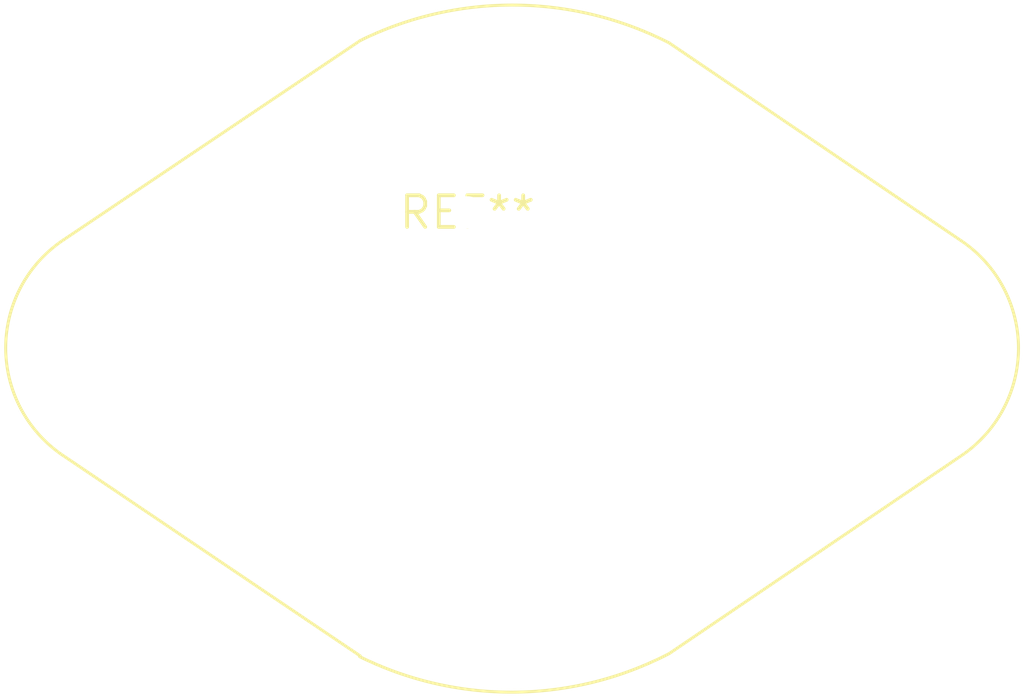
<source format=kicad_pcb>
(kicad_pcb (version 20240108) (generator pcbnew)
  (layers (0 "F.Cu" signal) (31 "B.Cu" signal) (34 "B.Paste" user) (35 "F.Paste" user) (36 "B.SilkS" user "B.Silkscreen") (37 "F.SilkS" user "F.Silkscreen") (38 "B.Mask" user) (39 "F.Mask" user) (44 "Edge.Cuts" user))
  (net 0 "")
  (footprint "TO-3" (layer "F.Cu") (at 0 0)
    (property "Reference" "REF**")
    (property "Value" "TO-3")
    (fp_line (start -4.3 -6.9) (end -16.2 1.1) (layer "F.SilkS") (stroke (width 0.12)))
    (fp_line (start -4.3 17.8) (end -16.3 9.7) (layer "F.SilkS") (stroke (width 0.12)))
    (fp_line (start 8.1 -6.8) (end 19.9 1.2) (layer "F.SilkS") (stroke (width 0.12)))
    (fp_line (start 8.1 17.7) (end 19.9 9.7) (layer "F.SilkS") (stroke (width 0.12)))
    (fp_arc (start -16.3 9.7) (mid -18.519226 5.373613) (end -16.2 1.1) (layer "F.SilkS") (stroke (width 0.12)))
    (fp_arc (start -4.3 -6.9) (mid 1.911888 -8.324079) (end 8.1 -6.8) (layer "F.SilkS") (stroke (width 0.12)))
    (fp_arc (start 8.1 17.7) (mid 1.90661 19.252956) (end -4.325 17.825) (layer "F.SilkS") (stroke (width 0.12)))
    (fp_arc (start 19.9 1.2) (mid 22.102158 5.45) (end 19.9 9.7) (layer "F.SilkS") (stroke (width 0.12)))
    (pad "1" thru_hole rect (at 0 0) (size 2.6 2.6) (drill 1.3) (layers *.Cu *.Mask) (remove_unused_layers))
    (pad "2" thru_hole circle (at 0 10.92) (size 2.6 2.6) (drill 1.3) (layers *.Cu *.Mask) (remove_unused_layers))
    (pad "3" thru_hole circle (at -13.3 5.45) (size 6.35 6.35) (drill 4) (layers *.Cu *.Mask) (remove_unused_layers))
    (pad "3" thru_hole circle (at 16.9 5.45) (size 6.35 6.35) (drill 4) (layers *.Cu *.Mask) (remove_unused_layers))
  )
)
</source>
